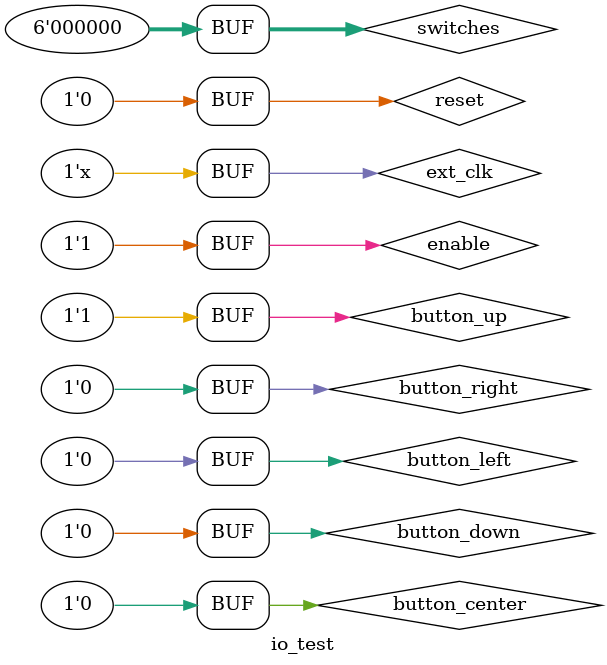
<source format=v>
`timescale 1ns / 1ps


module io_test;

	// Inputs
	reg enable;
	reg reset;
	reg ext_clk;
	reg button_up;
	reg button_left;
	reg button_right;
	reg button_center;
	reg button_down;
	reg [5:0] switches;

	// Outputs
	wire [7:0] color;
	wire HSync;
	wire VSync;
	wire [7:0] led_out;
	wire [3:0] an;
	wire [7:0] seg;

	// Bidirs
	wire sensor_data;

	// Instantiate the Unit Under Test (UUT)
	computer uut (
		.enable(enable), 
		.reset(reset), 
		.ext_clk(ext_clk), 
		.sensor_data(sensor_data), 
		.button_up(button_up), 
		.button_left(button_left), 
		.button_right(button_right), 
		.button_center(button_center), 
		.button_down(button_down), 
		.switches(switches), 
		.color(color), 
		.HSync(HSync), 
		.VSync(VSync), 
		.led_out(led_out), 
		.an(an), 
		.seg(seg)
	);
	
	defparam uut._buttons._db_up.WIDTH = 1;
	defparam uut._buttons._db_left.WIDTH = 1;
	defparam uut._buttons._db_center.WIDTH = 1;
	defparam uut._buttons._db_right.WIDTH = 1;
	defparam uut._buttons._db_down.WIDTH = 1;
	
	always #1 ext_clk = ~ext_clk;

	initial begin
		// Initialize Inputs
		enable = 0;
		reset = 1;
		ext_clk = 0;
		button_up = 0;
		button_left = 0;
		button_right = 0;
		button_center = 0;
		button_down = 0;
		switches = 0;

		// Wait 100 ns for global reset to finish
		#10;
		
		enable = 1;
		reset = 0;
		
		#10;
		
		button_up = 1;
        
		// Add stimulus here

	end
      
endmodule


</source>
